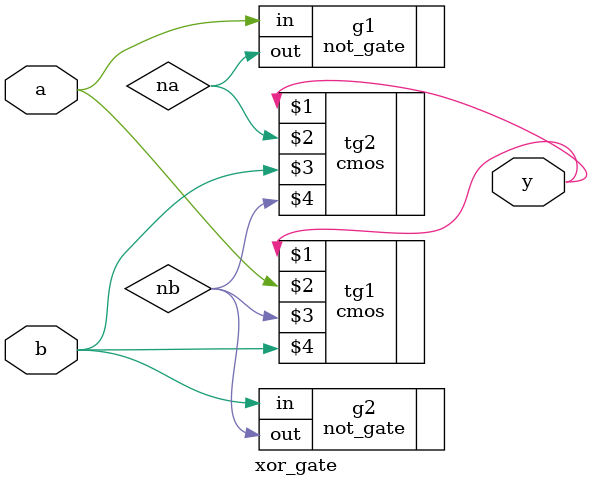
<source format=v>
module xor_gate(input a, b, output y);
	wire na, nb;     
	not_gate g1(.out(na), .in(a)); 
	not_gate g2(.out(nb), .in(b));

	cmos tg1(y, a, nb, b);
	cmos tg2(y, na, b, nb);
endmodule

       

</source>
